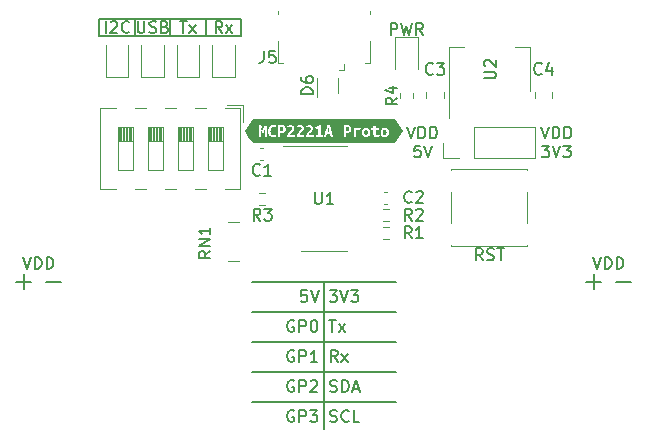
<source format=gto>
%TF.GenerationSoftware,KiCad,Pcbnew,(6.0.2)*%
%TF.CreationDate,2022-05-18T10:00:36+01:00*%
%TF.ProjectId,mcp_breadboard,6d63705f-6272-4656-9164-626f6172642e,rev?*%
%TF.SameCoordinates,Original*%
%TF.FileFunction,Legend,Top*%
%TF.FilePolarity,Positive*%
%FSLAX46Y46*%
G04 Gerber Fmt 4.6, Leading zero omitted, Abs format (unit mm)*
G04 Created by KiCad (PCBNEW (6.0.2)) date 2022-05-18 10:00:36*
%MOMM*%
%LPD*%
G01*
G04 APERTURE LIST*
%ADD10C,0.150000*%
%ADD11C,0.120000*%
G04 APERTURE END LIST*
D10*
X50000000Y-51270000D02*
X43904000Y-51270000D01*
X40000000Y-29000000D02*
X40000000Y-30500000D01*
X43904000Y-58890000D02*
X50000000Y-58890000D01*
X50000000Y-63716000D02*
X50000000Y-51270000D01*
X74765000Y-51270000D02*
X76035000Y-51270000D01*
X72860000Y-51905000D02*
X72860000Y-50635000D01*
X31000000Y-30500000D02*
X43000000Y-30500000D01*
X56096000Y-53810000D02*
X50000000Y-53810000D01*
X34000000Y-29000000D02*
X34000000Y-30500000D01*
X56096000Y-61430000D02*
X50000000Y-61430000D01*
X26505000Y-51270000D02*
X27775000Y-51270000D01*
X23965000Y-51270000D02*
X25235000Y-51270000D01*
X50000000Y-53810000D02*
X43904000Y-53810000D01*
X50000000Y-56350000D02*
X43904000Y-56350000D01*
X43000000Y-29000000D02*
X43000000Y-30500000D01*
X24600000Y-50635000D02*
X24600000Y-51905000D01*
X43904000Y-61430000D02*
X50000000Y-61430000D01*
X50000000Y-51270000D02*
X56096000Y-51270000D01*
X73495000Y-51270000D02*
X72225000Y-51270000D01*
X56096000Y-58890000D02*
X50000000Y-58890000D01*
X43000000Y-29000000D02*
X31000000Y-29000000D01*
X56096000Y-56350000D02*
X50000000Y-56350000D01*
X31000000Y-29000000D02*
X31000000Y-30500000D01*
X37000000Y-29000000D02*
X37000000Y-30500000D01*
X47458023Y-57120000D02*
X47362785Y-57072380D01*
X47219928Y-57072380D01*
X47077071Y-57120000D01*
X46981833Y-57215238D01*
X46934214Y-57310476D01*
X46886595Y-57500952D01*
X46886595Y-57643809D01*
X46934214Y-57834285D01*
X46981833Y-57929523D01*
X47077071Y-58024761D01*
X47219928Y-58072380D01*
X47315166Y-58072380D01*
X47458023Y-58024761D01*
X47505642Y-57977142D01*
X47505642Y-57643809D01*
X47315166Y-57643809D01*
X47934214Y-58072380D02*
X47934214Y-57072380D01*
X48315166Y-57072380D01*
X48410404Y-57120000D01*
X48458023Y-57167619D01*
X48505642Y-57262857D01*
X48505642Y-57405714D01*
X48458023Y-57500952D01*
X48410404Y-57548571D01*
X48315166Y-57596190D01*
X47934214Y-57596190D01*
X49458023Y-58072380D02*
X48886595Y-58072380D01*
X49172309Y-58072380D02*
X49172309Y-57072380D01*
X49077071Y-57215238D01*
X48981833Y-57310476D01*
X48886595Y-57358095D01*
X50541976Y-60564761D02*
X50684833Y-60612380D01*
X50922928Y-60612380D01*
X51018166Y-60564761D01*
X51065785Y-60517142D01*
X51113404Y-60421904D01*
X51113404Y-60326666D01*
X51065785Y-60231428D01*
X51018166Y-60183809D01*
X50922928Y-60136190D01*
X50732452Y-60088571D01*
X50637214Y-60040952D01*
X50589595Y-59993333D01*
X50541976Y-59898095D01*
X50541976Y-59802857D01*
X50589595Y-59707619D01*
X50637214Y-59660000D01*
X50732452Y-59612380D01*
X50970547Y-59612380D01*
X51113404Y-59660000D01*
X51541976Y-60612380D02*
X51541976Y-59612380D01*
X51780071Y-59612380D01*
X51922928Y-59660000D01*
X52018166Y-59755238D01*
X52065785Y-59850476D01*
X52113404Y-60040952D01*
X52113404Y-60183809D01*
X52065785Y-60374285D01*
X52018166Y-60469523D01*
X51922928Y-60564761D01*
X51780071Y-60612380D01*
X51541976Y-60612380D01*
X52494357Y-60326666D02*
X52970547Y-60326666D01*
X52399119Y-60612380D02*
X52732452Y-59612380D01*
X53065785Y-60612380D01*
X50446738Y-54532380D02*
X51018166Y-54532380D01*
X50732452Y-55532380D02*
X50732452Y-54532380D01*
X51256261Y-55532380D02*
X51780071Y-54865714D01*
X51256261Y-54865714D02*
X51780071Y-55532380D01*
X48553261Y-51992380D02*
X48077071Y-51992380D01*
X48029452Y-52468571D01*
X48077071Y-52420952D01*
X48172309Y-52373333D01*
X48410404Y-52373333D01*
X48505642Y-52420952D01*
X48553261Y-52468571D01*
X48600880Y-52563809D01*
X48600880Y-52801904D01*
X48553261Y-52897142D01*
X48505642Y-52944761D01*
X48410404Y-52992380D01*
X48172309Y-52992380D01*
X48077071Y-52944761D01*
X48029452Y-52897142D01*
X48886595Y-51992380D02*
X49219928Y-52992380D01*
X49553261Y-51992380D01*
X50494357Y-51992380D02*
X51113404Y-51992380D01*
X50780071Y-52373333D01*
X50922928Y-52373333D01*
X51018166Y-52420952D01*
X51065785Y-52468571D01*
X51113404Y-52563809D01*
X51113404Y-52801904D01*
X51065785Y-52897142D01*
X51018166Y-52944761D01*
X50922928Y-52992380D01*
X50637214Y-52992380D01*
X50541976Y-52944761D01*
X50494357Y-52897142D01*
X51399119Y-51992380D02*
X51732452Y-52992380D01*
X52065785Y-51992380D01*
X52303880Y-51992380D02*
X52922928Y-51992380D01*
X52589595Y-52373333D01*
X52732452Y-52373333D01*
X52827690Y-52420952D01*
X52875309Y-52468571D01*
X52922928Y-52563809D01*
X52922928Y-52801904D01*
X52875309Y-52897142D01*
X52827690Y-52944761D01*
X52732452Y-52992380D01*
X52446738Y-52992380D01*
X52351500Y-52944761D01*
X52303880Y-52897142D01*
X68366666Y-38147380D02*
X68700000Y-39147380D01*
X69033333Y-38147380D01*
X69366666Y-39147380D02*
X69366666Y-38147380D01*
X69604761Y-38147380D01*
X69747619Y-38195000D01*
X69842857Y-38290238D01*
X69890476Y-38385476D01*
X69938095Y-38575952D01*
X69938095Y-38718809D01*
X69890476Y-38909285D01*
X69842857Y-39004523D01*
X69747619Y-39099761D01*
X69604761Y-39147380D01*
X69366666Y-39147380D01*
X70366666Y-39147380D02*
X70366666Y-38147380D01*
X70604761Y-38147380D01*
X70747619Y-38195000D01*
X70842857Y-38290238D01*
X70890476Y-38385476D01*
X70938095Y-38575952D01*
X70938095Y-38718809D01*
X70890476Y-38909285D01*
X70842857Y-39004523D01*
X70747619Y-39099761D01*
X70604761Y-39147380D01*
X70366666Y-39147380D01*
X68461904Y-39757380D02*
X69080952Y-39757380D01*
X68747619Y-40138333D01*
X68890476Y-40138333D01*
X68985714Y-40185952D01*
X69033333Y-40233571D01*
X69080952Y-40328809D01*
X69080952Y-40566904D01*
X69033333Y-40662142D01*
X68985714Y-40709761D01*
X68890476Y-40757380D01*
X68604761Y-40757380D01*
X68509523Y-40709761D01*
X68461904Y-40662142D01*
X69366666Y-39757380D02*
X69700000Y-40757380D01*
X70033333Y-39757380D01*
X70271428Y-39757380D02*
X70890476Y-39757380D01*
X70557142Y-40138333D01*
X70700000Y-40138333D01*
X70795238Y-40185952D01*
X70842857Y-40233571D01*
X70890476Y-40328809D01*
X70890476Y-40566904D01*
X70842857Y-40662142D01*
X70795238Y-40709761D01*
X70700000Y-40757380D01*
X70414285Y-40757380D01*
X70319047Y-40709761D01*
X70271428Y-40662142D01*
X47458023Y-59660000D02*
X47362785Y-59612380D01*
X47219928Y-59612380D01*
X47077071Y-59660000D01*
X46981833Y-59755238D01*
X46934214Y-59850476D01*
X46886595Y-60040952D01*
X46886595Y-60183809D01*
X46934214Y-60374285D01*
X46981833Y-60469523D01*
X47077071Y-60564761D01*
X47219928Y-60612380D01*
X47315166Y-60612380D01*
X47458023Y-60564761D01*
X47505642Y-60517142D01*
X47505642Y-60183809D01*
X47315166Y-60183809D01*
X47934214Y-60612380D02*
X47934214Y-59612380D01*
X48315166Y-59612380D01*
X48410404Y-59660000D01*
X48458023Y-59707619D01*
X48505642Y-59802857D01*
X48505642Y-59945714D01*
X48458023Y-60040952D01*
X48410404Y-60088571D01*
X48315166Y-60136190D01*
X47934214Y-60136190D01*
X48886595Y-59707619D02*
X48934214Y-59660000D01*
X49029452Y-59612380D01*
X49267547Y-59612380D01*
X49362785Y-59660000D01*
X49410404Y-59707619D01*
X49458023Y-59802857D01*
X49458023Y-59898095D01*
X49410404Y-60040952D01*
X48838976Y-60612380D01*
X49458023Y-60612380D01*
X47458023Y-54580000D02*
X47362785Y-54532380D01*
X47219928Y-54532380D01*
X47077071Y-54580000D01*
X46981833Y-54675238D01*
X46934214Y-54770476D01*
X46886595Y-54960952D01*
X46886595Y-55103809D01*
X46934214Y-55294285D01*
X46981833Y-55389523D01*
X47077071Y-55484761D01*
X47219928Y-55532380D01*
X47315166Y-55532380D01*
X47458023Y-55484761D01*
X47505642Y-55437142D01*
X47505642Y-55103809D01*
X47315166Y-55103809D01*
X47934214Y-55532380D02*
X47934214Y-54532380D01*
X48315166Y-54532380D01*
X48410404Y-54580000D01*
X48458023Y-54627619D01*
X48505642Y-54722857D01*
X48505642Y-54865714D01*
X48458023Y-54960952D01*
X48410404Y-55008571D01*
X48315166Y-55056190D01*
X47934214Y-55056190D01*
X49124690Y-54532380D02*
X49219928Y-54532380D01*
X49315166Y-54580000D01*
X49362785Y-54627619D01*
X49410404Y-54722857D01*
X49458023Y-54913333D01*
X49458023Y-55151428D01*
X49410404Y-55341904D01*
X49362785Y-55437142D01*
X49315166Y-55484761D01*
X49219928Y-55532380D01*
X49124690Y-55532380D01*
X49029452Y-55484761D01*
X48981833Y-55437142D01*
X48934214Y-55341904D01*
X48886595Y-55151428D01*
X48886595Y-54913333D01*
X48934214Y-54722857D01*
X48981833Y-54627619D01*
X49029452Y-54580000D01*
X49124690Y-54532380D01*
X50541976Y-63104761D02*
X50684833Y-63152380D01*
X50922928Y-63152380D01*
X51018166Y-63104761D01*
X51065785Y-63057142D01*
X51113404Y-62961904D01*
X51113404Y-62866666D01*
X51065785Y-62771428D01*
X51018166Y-62723809D01*
X50922928Y-62676190D01*
X50732452Y-62628571D01*
X50637214Y-62580952D01*
X50589595Y-62533333D01*
X50541976Y-62438095D01*
X50541976Y-62342857D01*
X50589595Y-62247619D01*
X50637214Y-62200000D01*
X50732452Y-62152380D01*
X50970547Y-62152380D01*
X51113404Y-62200000D01*
X52113404Y-63057142D02*
X52065785Y-63104761D01*
X51922928Y-63152380D01*
X51827690Y-63152380D01*
X51684833Y-63104761D01*
X51589595Y-63009523D01*
X51541976Y-62914285D01*
X51494357Y-62723809D01*
X51494357Y-62580952D01*
X51541976Y-62390476D01*
X51589595Y-62295238D01*
X51684833Y-62200000D01*
X51827690Y-62152380D01*
X51922928Y-62152380D01*
X52065785Y-62200000D01*
X52113404Y-62247619D01*
X53018166Y-63152380D02*
X52541976Y-63152380D01*
X52541976Y-62152380D01*
X51161023Y-58072380D02*
X50827690Y-57596190D01*
X50589595Y-58072380D02*
X50589595Y-57072380D01*
X50970547Y-57072380D01*
X51065785Y-57120000D01*
X51113404Y-57167619D01*
X51161023Y-57262857D01*
X51161023Y-57405714D01*
X51113404Y-57500952D01*
X51065785Y-57548571D01*
X50970547Y-57596190D01*
X50589595Y-57596190D01*
X51494357Y-58072380D02*
X52018166Y-57405714D01*
X51494357Y-57405714D02*
X52018166Y-58072380D01*
X47458023Y-62200000D02*
X47362785Y-62152380D01*
X47219928Y-62152380D01*
X47077071Y-62200000D01*
X46981833Y-62295238D01*
X46934214Y-62390476D01*
X46886595Y-62580952D01*
X46886595Y-62723809D01*
X46934214Y-62914285D01*
X46981833Y-63009523D01*
X47077071Y-63104761D01*
X47219928Y-63152380D01*
X47315166Y-63152380D01*
X47458023Y-63104761D01*
X47505642Y-63057142D01*
X47505642Y-62723809D01*
X47315166Y-62723809D01*
X47934214Y-63152380D02*
X47934214Y-62152380D01*
X48315166Y-62152380D01*
X48410404Y-62200000D01*
X48458023Y-62247619D01*
X48505642Y-62342857D01*
X48505642Y-62485714D01*
X48458023Y-62580952D01*
X48410404Y-62628571D01*
X48315166Y-62676190D01*
X47934214Y-62676190D01*
X48838976Y-62152380D02*
X49458023Y-62152380D01*
X49124690Y-62533333D01*
X49267547Y-62533333D01*
X49362785Y-62580952D01*
X49410404Y-62628571D01*
X49458023Y-62723809D01*
X49458023Y-62961904D01*
X49410404Y-63057142D01*
X49362785Y-63104761D01*
X49267547Y-63152380D01*
X48981833Y-63152380D01*
X48886595Y-63104761D01*
X48838976Y-63057142D01*
X57016666Y-38147380D02*
X57350000Y-39147380D01*
X57683333Y-38147380D01*
X58016666Y-39147380D02*
X58016666Y-38147380D01*
X58254761Y-38147380D01*
X58397619Y-38195000D01*
X58492857Y-38290238D01*
X58540476Y-38385476D01*
X58588095Y-38575952D01*
X58588095Y-38718809D01*
X58540476Y-38909285D01*
X58492857Y-39004523D01*
X58397619Y-39099761D01*
X58254761Y-39147380D01*
X58016666Y-39147380D01*
X59016666Y-39147380D02*
X59016666Y-38147380D01*
X59254761Y-38147380D01*
X59397619Y-38195000D01*
X59492857Y-38290238D01*
X59540476Y-38385476D01*
X59588095Y-38575952D01*
X59588095Y-38718809D01*
X59540476Y-38909285D01*
X59492857Y-39004523D01*
X59397619Y-39099761D01*
X59254761Y-39147380D01*
X59016666Y-39147380D01*
X58159523Y-39757380D02*
X57683333Y-39757380D01*
X57635714Y-40233571D01*
X57683333Y-40185952D01*
X57778571Y-40138333D01*
X58016666Y-40138333D01*
X58111904Y-40185952D01*
X58159523Y-40233571D01*
X58207142Y-40328809D01*
X58207142Y-40566904D01*
X58159523Y-40662142D01*
X58111904Y-40709761D01*
X58016666Y-40757380D01*
X57778571Y-40757380D01*
X57683333Y-40709761D01*
X57635714Y-40662142D01*
X58492857Y-39757380D02*
X58826190Y-40757380D01*
X59159523Y-39757380D01*
%TO.C,C4*%
X68433333Y-33657142D02*
X68385714Y-33704761D01*
X68242857Y-33752380D01*
X68147619Y-33752380D01*
X68004761Y-33704761D01*
X67909523Y-33609523D01*
X67861904Y-33514285D01*
X67814285Y-33323809D01*
X67814285Y-33180952D01*
X67861904Y-32990476D01*
X67909523Y-32895238D01*
X68004761Y-32800000D01*
X68147619Y-32752380D01*
X68242857Y-32752380D01*
X68385714Y-32800000D01*
X68433333Y-32847619D01*
X69290476Y-33085714D02*
X69290476Y-33752380D01*
X69052380Y-32704761D02*
X68814285Y-33419047D01*
X69433333Y-33419047D01*
%TO.C,R2*%
X57433333Y-46102380D02*
X57100000Y-45626190D01*
X56861904Y-46102380D02*
X56861904Y-45102380D01*
X57242857Y-45102380D01*
X57338095Y-45150000D01*
X57385714Y-45197619D01*
X57433333Y-45292857D01*
X57433333Y-45435714D01*
X57385714Y-45530952D01*
X57338095Y-45578571D01*
X57242857Y-45626190D01*
X56861904Y-45626190D01*
X57814285Y-45197619D02*
X57861904Y-45150000D01*
X57957142Y-45102380D01*
X58195238Y-45102380D01*
X58290476Y-45150000D01*
X58338095Y-45197619D01*
X58385714Y-45292857D01*
X58385714Y-45388095D01*
X58338095Y-45530952D01*
X57766666Y-46102380D01*
X58385714Y-46102380D01*
%TO.C,D3*%
X34238095Y-29202380D02*
X34238095Y-30011904D01*
X34285714Y-30107142D01*
X34333333Y-30154761D01*
X34428571Y-30202380D01*
X34619047Y-30202380D01*
X34714285Y-30154761D01*
X34761904Y-30107142D01*
X34809523Y-30011904D01*
X34809523Y-29202380D01*
X35238095Y-30154761D02*
X35380952Y-30202380D01*
X35619047Y-30202380D01*
X35714285Y-30154761D01*
X35761904Y-30107142D01*
X35809523Y-30011904D01*
X35809523Y-29916666D01*
X35761904Y-29821428D01*
X35714285Y-29773809D01*
X35619047Y-29726190D01*
X35428571Y-29678571D01*
X35333333Y-29630952D01*
X35285714Y-29583333D01*
X35238095Y-29488095D01*
X35238095Y-29392857D01*
X35285714Y-29297619D01*
X35333333Y-29250000D01*
X35428571Y-29202380D01*
X35666666Y-29202380D01*
X35809523Y-29250000D01*
X36571428Y-29678571D02*
X36714285Y-29726190D01*
X36761904Y-29773809D01*
X36809523Y-29869047D01*
X36809523Y-30011904D01*
X36761904Y-30107142D01*
X36714285Y-30154761D01*
X36619047Y-30202380D01*
X36238095Y-30202380D01*
X36238095Y-29202380D01*
X36571428Y-29202380D01*
X36666666Y-29250000D01*
X36714285Y-29297619D01*
X36761904Y-29392857D01*
X36761904Y-29488095D01*
X36714285Y-29583333D01*
X36666666Y-29630952D01*
X36571428Y-29678571D01*
X36238095Y-29678571D01*
%TO.C,U2*%
X63562380Y-34051904D02*
X64371904Y-34051904D01*
X64467142Y-34004285D01*
X64514761Y-33956666D01*
X64562380Y-33861428D01*
X64562380Y-33670952D01*
X64514761Y-33575714D01*
X64467142Y-33528095D01*
X64371904Y-33480476D01*
X63562380Y-33480476D01*
X63657619Y-33051904D02*
X63610000Y-33004285D01*
X63562380Y-32909047D01*
X63562380Y-32670952D01*
X63610000Y-32575714D01*
X63657619Y-32528095D01*
X63752857Y-32480476D01*
X63848095Y-32480476D01*
X63990952Y-32528095D01*
X64562380Y-33099523D01*
X64562380Y-32480476D01*
%TO.C,R3*%
X44633333Y-46102380D02*
X44300000Y-45626190D01*
X44061904Y-46102380D02*
X44061904Y-45102380D01*
X44442857Y-45102380D01*
X44538095Y-45150000D01*
X44585714Y-45197619D01*
X44633333Y-45292857D01*
X44633333Y-45435714D01*
X44585714Y-45530952D01*
X44538095Y-45578571D01*
X44442857Y-45626190D01*
X44061904Y-45626190D01*
X44966666Y-45102380D02*
X45585714Y-45102380D01*
X45252380Y-45483333D01*
X45395238Y-45483333D01*
X45490476Y-45530952D01*
X45538095Y-45578571D01*
X45585714Y-45673809D01*
X45585714Y-45911904D01*
X45538095Y-46007142D01*
X45490476Y-46054761D01*
X45395238Y-46102380D01*
X45109523Y-46102380D01*
X45014285Y-46054761D01*
X44966666Y-46007142D01*
%TO.C,D4*%
X31523809Y-30202380D02*
X31523809Y-29202380D01*
X31952380Y-29297619D02*
X32000000Y-29250000D01*
X32095238Y-29202380D01*
X32333333Y-29202380D01*
X32428571Y-29250000D01*
X32476190Y-29297619D01*
X32523809Y-29392857D01*
X32523809Y-29488095D01*
X32476190Y-29630952D01*
X31904761Y-30202380D01*
X32523809Y-30202380D01*
X33523809Y-30107142D02*
X33476190Y-30154761D01*
X33333333Y-30202380D01*
X33238095Y-30202380D01*
X33095238Y-30154761D01*
X33000000Y-30059523D01*
X32952380Y-29964285D01*
X32904761Y-29773809D01*
X32904761Y-29630952D01*
X32952380Y-29440476D01*
X33000000Y-29345238D01*
X33095238Y-29250000D01*
X33238095Y-29202380D01*
X33333333Y-29202380D01*
X33476190Y-29250000D01*
X33523809Y-29297619D01*
%TO.C,C3*%
X59233333Y-33657142D02*
X59185714Y-33704761D01*
X59042857Y-33752380D01*
X58947619Y-33752380D01*
X58804761Y-33704761D01*
X58709523Y-33609523D01*
X58661904Y-33514285D01*
X58614285Y-33323809D01*
X58614285Y-33180952D01*
X58661904Y-32990476D01*
X58709523Y-32895238D01*
X58804761Y-32800000D01*
X58947619Y-32752380D01*
X59042857Y-32752380D01*
X59185714Y-32800000D01*
X59233333Y-32847619D01*
X59566666Y-32752380D02*
X60185714Y-32752380D01*
X59852380Y-33133333D01*
X59995238Y-33133333D01*
X60090476Y-33180952D01*
X60138095Y-33228571D01*
X60185714Y-33323809D01*
X60185714Y-33561904D01*
X60138095Y-33657142D01*
X60090476Y-33704761D01*
X59995238Y-33752380D01*
X59709523Y-33752380D01*
X59614285Y-33704761D01*
X59566666Y-33657142D01*
%TO.C,D6*%
X49083380Y-35400446D02*
X48083380Y-35400446D01*
X48083380Y-35162351D01*
X48131000Y-35019493D01*
X48226238Y-34924255D01*
X48321476Y-34876636D01*
X48511952Y-34829017D01*
X48654809Y-34829017D01*
X48845285Y-34876636D01*
X48940523Y-34924255D01*
X49035761Y-35019493D01*
X49083380Y-35162351D01*
X49083380Y-35400446D01*
X48083380Y-33971874D02*
X48083380Y-34162351D01*
X48131000Y-34257589D01*
X48178619Y-34305208D01*
X48321476Y-34400446D01*
X48511952Y-34448065D01*
X48892904Y-34448065D01*
X48988142Y-34400446D01*
X49035761Y-34352827D01*
X49083380Y-34257589D01*
X49083380Y-34067112D01*
X49035761Y-33971874D01*
X48988142Y-33924255D01*
X48892904Y-33876636D01*
X48654809Y-33876636D01*
X48559571Y-33924255D01*
X48511952Y-33971874D01*
X48464333Y-34067112D01*
X48464333Y-34257589D01*
X48511952Y-34352827D01*
X48559571Y-34400446D01*
X48654809Y-34448065D01*
%TO.C,J5*%
X44916666Y-31742380D02*
X44916666Y-32456666D01*
X44869047Y-32599523D01*
X44773809Y-32694761D01*
X44630952Y-32742380D01*
X44535714Y-32742380D01*
X45869047Y-31742380D02*
X45392857Y-31742380D01*
X45345238Y-32218571D01*
X45392857Y-32170952D01*
X45488095Y-32123333D01*
X45726190Y-32123333D01*
X45821428Y-32170952D01*
X45869047Y-32218571D01*
X45916666Y-32313809D01*
X45916666Y-32551904D01*
X45869047Y-32647142D01*
X45821428Y-32694761D01*
X45726190Y-32742380D01*
X45488095Y-32742380D01*
X45392857Y-32694761D01*
X45345238Y-32647142D01*
%TO.C,D1*%
X41404761Y-30202380D02*
X41071428Y-29726190D01*
X40833333Y-30202380D02*
X40833333Y-29202380D01*
X41214285Y-29202380D01*
X41309523Y-29250000D01*
X41357142Y-29297619D01*
X41404761Y-29392857D01*
X41404761Y-29535714D01*
X41357142Y-29630952D01*
X41309523Y-29678571D01*
X41214285Y-29726190D01*
X40833333Y-29726190D01*
X41738095Y-30202380D02*
X42261904Y-29535714D01*
X41738095Y-29535714D02*
X42261904Y-30202380D01*
%TO.C,SW1*%
X63452380Y-49452380D02*
X63119047Y-48976190D01*
X62880952Y-49452380D02*
X62880952Y-48452380D01*
X63261904Y-48452380D01*
X63357142Y-48500000D01*
X63404761Y-48547619D01*
X63452380Y-48642857D01*
X63452380Y-48785714D01*
X63404761Y-48880952D01*
X63357142Y-48928571D01*
X63261904Y-48976190D01*
X62880952Y-48976190D01*
X63833333Y-49404761D02*
X63976190Y-49452380D01*
X64214285Y-49452380D01*
X64309523Y-49404761D01*
X64357142Y-49357142D01*
X64404761Y-49261904D01*
X64404761Y-49166666D01*
X64357142Y-49071428D01*
X64309523Y-49023809D01*
X64214285Y-48976190D01*
X64023809Y-48928571D01*
X63928571Y-48880952D01*
X63880952Y-48833333D01*
X63833333Y-48738095D01*
X63833333Y-48642857D01*
X63880952Y-48547619D01*
X63928571Y-48500000D01*
X64023809Y-48452380D01*
X64261904Y-48452380D01*
X64404761Y-48500000D01*
X64690476Y-48452380D02*
X65261904Y-48452380D01*
X64976190Y-49452380D02*
X64976190Y-48452380D01*
%TO.C,U1*%
X49238095Y-43702380D02*
X49238095Y-44511904D01*
X49285714Y-44607142D01*
X49333333Y-44654761D01*
X49428571Y-44702380D01*
X49619047Y-44702380D01*
X49714285Y-44654761D01*
X49761904Y-44607142D01*
X49809523Y-44511904D01*
X49809523Y-43702380D01*
X50809523Y-44702380D02*
X50238095Y-44702380D01*
X50523809Y-44702380D02*
X50523809Y-43702380D01*
X50428571Y-43845238D01*
X50333333Y-43940476D01*
X50238095Y-43988095D01*
%TO.C,C1*%
X44583333Y-42207142D02*
X44535714Y-42254761D01*
X44392857Y-42302380D01*
X44297619Y-42302380D01*
X44154761Y-42254761D01*
X44059523Y-42159523D01*
X44011904Y-42064285D01*
X43964285Y-41873809D01*
X43964285Y-41730952D01*
X44011904Y-41540476D01*
X44059523Y-41445238D01*
X44154761Y-41350000D01*
X44297619Y-41302380D01*
X44392857Y-41302380D01*
X44535714Y-41350000D01*
X44583333Y-41397619D01*
X45535714Y-42302380D02*
X44964285Y-42302380D01*
X45250000Y-42302380D02*
X45250000Y-41302380D01*
X45154761Y-41445238D01*
X45059523Y-41540476D01*
X44964285Y-41588095D01*
%TO.C,D5*%
X55666666Y-30379380D02*
X55666666Y-29379380D01*
X56047619Y-29379380D01*
X56142857Y-29427000D01*
X56190476Y-29474619D01*
X56238095Y-29569857D01*
X56238095Y-29712714D01*
X56190476Y-29807952D01*
X56142857Y-29855571D01*
X56047619Y-29903190D01*
X55666666Y-29903190D01*
X56571428Y-29379380D02*
X56809523Y-30379380D01*
X57000000Y-29665095D01*
X57190476Y-30379380D01*
X57428571Y-29379380D01*
X58380952Y-30379380D02*
X58047619Y-29903190D01*
X57809523Y-30379380D02*
X57809523Y-29379380D01*
X58190476Y-29379380D01*
X58285714Y-29427000D01*
X58333333Y-29474619D01*
X58380952Y-29569857D01*
X58380952Y-29712714D01*
X58333333Y-29807952D01*
X58285714Y-29855571D01*
X58190476Y-29903190D01*
X57809523Y-29903190D01*
%TO.C,D2*%
X37809523Y-29202380D02*
X38380952Y-29202380D01*
X38095238Y-30202380D02*
X38095238Y-29202380D01*
X38619047Y-30202380D02*
X39142857Y-29535714D01*
X38619047Y-29535714D02*
X39142857Y-30202380D01*
%TO.C,C2*%
X57433333Y-44507142D02*
X57385714Y-44554761D01*
X57242857Y-44602380D01*
X57147619Y-44602380D01*
X57004761Y-44554761D01*
X56909523Y-44459523D01*
X56861904Y-44364285D01*
X56814285Y-44173809D01*
X56814285Y-44030952D01*
X56861904Y-43840476D01*
X56909523Y-43745238D01*
X57004761Y-43650000D01*
X57147619Y-43602380D01*
X57242857Y-43602380D01*
X57385714Y-43650000D01*
X57433333Y-43697619D01*
X57814285Y-43697619D02*
X57861904Y-43650000D01*
X57957142Y-43602380D01*
X58195238Y-43602380D01*
X58290476Y-43650000D01*
X58338095Y-43697619D01*
X58385714Y-43792857D01*
X58385714Y-43888095D01*
X58338095Y-44030952D01*
X57766666Y-44602380D01*
X58385714Y-44602380D01*
%TO.C,R4*%
X56224380Y-35698666D02*
X55748190Y-36032000D01*
X56224380Y-36270095D02*
X55224380Y-36270095D01*
X55224380Y-35889142D01*
X55272000Y-35793904D01*
X55319619Y-35746285D01*
X55414857Y-35698666D01*
X55557714Y-35698666D01*
X55652952Y-35746285D01*
X55700571Y-35793904D01*
X55748190Y-35889142D01*
X55748190Y-36270095D01*
X55557714Y-34841523D02*
X56224380Y-34841523D01*
X55176761Y-35079619D02*
X55891047Y-35317714D01*
X55891047Y-34698666D01*
%TO.C,R1*%
X57433333Y-47602380D02*
X57100000Y-47126190D01*
X56861904Y-47602380D02*
X56861904Y-46602380D01*
X57242857Y-46602380D01*
X57338095Y-46650000D01*
X57385714Y-46697619D01*
X57433333Y-46792857D01*
X57433333Y-46935714D01*
X57385714Y-47030952D01*
X57338095Y-47078571D01*
X57242857Y-47126190D01*
X56861904Y-47126190D01*
X58385714Y-47602380D02*
X57814285Y-47602380D01*
X58100000Y-47602380D02*
X58100000Y-46602380D01*
X58004761Y-46745238D01*
X57909523Y-46840476D01*
X57814285Y-46888095D01*
%TO.C,RN1*%
X40402380Y-48690476D02*
X39926190Y-49023809D01*
X40402380Y-49261904D02*
X39402380Y-49261904D01*
X39402380Y-48880952D01*
X39450000Y-48785714D01*
X39497619Y-48738095D01*
X39592857Y-48690476D01*
X39735714Y-48690476D01*
X39830952Y-48738095D01*
X39878571Y-48785714D01*
X39926190Y-48880952D01*
X39926190Y-49261904D01*
X40402380Y-48261904D02*
X39402380Y-48261904D01*
X40402380Y-47690476D01*
X39402380Y-47690476D01*
X40402380Y-46690476D02*
X40402380Y-47261904D01*
X40402380Y-46976190D02*
X39402380Y-46976190D01*
X39545238Y-47071428D01*
X39640476Y-47166666D01*
X39688095Y-47261904D01*
%TO.C,J2*%
X72796666Y-49198380D02*
X73130000Y-50198380D01*
X73463333Y-49198380D01*
X73796666Y-50198380D02*
X73796666Y-49198380D01*
X74034761Y-49198380D01*
X74177619Y-49246000D01*
X74272857Y-49341238D01*
X74320476Y-49436476D01*
X74368095Y-49626952D01*
X74368095Y-49769809D01*
X74320476Y-49960285D01*
X74272857Y-50055523D01*
X74177619Y-50150761D01*
X74034761Y-50198380D01*
X73796666Y-50198380D01*
X74796666Y-50198380D02*
X74796666Y-49198380D01*
X75034761Y-49198380D01*
X75177619Y-49246000D01*
X75272857Y-49341238D01*
X75320476Y-49436476D01*
X75368095Y-49626952D01*
X75368095Y-49769809D01*
X75320476Y-49960285D01*
X75272857Y-50055523D01*
X75177619Y-50150761D01*
X75034761Y-50198380D01*
X74796666Y-50198380D01*
%TO.C,J1*%
X24536666Y-49198380D02*
X24870000Y-50198380D01*
X25203333Y-49198380D01*
X25536666Y-50198380D02*
X25536666Y-49198380D01*
X25774761Y-49198380D01*
X25917619Y-49246000D01*
X26012857Y-49341238D01*
X26060476Y-49436476D01*
X26108095Y-49626952D01*
X26108095Y-49769809D01*
X26060476Y-49960285D01*
X26012857Y-50055523D01*
X25917619Y-50150761D01*
X25774761Y-50198380D01*
X25536666Y-50198380D01*
X26536666Y-50198380D02*
X26536666Y-49198380D01*
X26774761Y-49198380D01*
X26917619Y-49246000D01*
X27012857Y-49341238D01*
X27060476Y-49436476D01*
X27108095Y-49626952D01*
X27108095Y-49769809D01*
X27060476Y-49960285D01*
X27012857Y-50055523D01*
X26917619Y-50150761D01*
X26774761Y-50198380D01*
X26536666Y-50198380D01*
D11*
%TO.C,SW3*%
X62730000Y-38170000D02*
X67870000Y-38170000D01*
X62730000Y-40830000D02*
X62730000Y-38170000D01*
X62730000Y-40830000D02*
X67870000Y-40830000D01*
X61460000Y-40830000D02*
X60130000Y-40830000D01*
X60130000Y-40830000D02*
X60130000Y-39500000D01*
X67870000Y-40830000D02*
X67870000Y-38170000D01*
%TO.C,C4*%
X69335000Y-35761252D02*
X69335000Y-35238748D01*
X67865000Y-35761252D02*
X67865000Y-35238748D01*
%TO.C,R2*%
X55012742Y-45127500D02*
X55487258Y-45127500D01*
X55012742Y-46172500D02*
X55487258Y-46172500D01*
%TO.C,D3*%
X34540000Y-33935000D02*
X36460000Y-33935000D01*
X36460000Y-33935000D02*
X36460000Y-31250000D01*
X34540000Y-31250000D02*
X34540000Y-33935000D01*
%TO.C,U2*%
X67420000Y-35140000D02*
X67420000Y-31380000D01*
X67420000Y-31380000D02*
X66160000Y-31380000D01*
X60600000Y-31380000D02*
X61860000Y-31380000D01*
X60600000Y-37390000D02*
X60600000Y-31380000D01*
%TO.C,R3*%
X44987258Y-44772500D02*
X44512742Y-44772500D01*
X44987258Y-43727500D02*
X44512742Y-43727500D01*
%TO.C,D4*%
X31540000Y-33935000D02*
X33460000Y-33935000D01*
X31540000Y-31250000D02*
X31540000Y-33935000D01*
X33460000Y-33935000D02*
X33460000Y-31250000D01*
%TO.C,C3*%
X58665000Y-35761252D02*
X58665000Y-35238748D01*
X60135000Y-35761252D02*
X60135000Y-35238748D01*
%TO.C,D6*%
X51231000Y-34012351D02*
X51231000Y-35312351D01*
X49431000Y-35662351D02*
X49431000Y-34012351D01*
%TO.C,J5*%
X51700000Y-33312500D02*
X51700000Y-32862500D01*
X53900000Y-28362500D02*
X53900000Y-28612500D01*
X46100000Y-30912500D02*
X46100000Y-32762500D01*
X53900000Y-30912500D02*
X53900000Y-32762500D01*
X46100000Y-28362500D02*
X46100000Y-28612500D01*
X53900000Y-32762500D02*
X53450000Y-32762500D01*
X51700000Y-33312500D02*
X51250000Y-33312500D01*
X46100000Y-32762500D02*
X46550000Y-32762500D01*
%TO.C,D1*%
X42460000Y-33935000D02*
X42460000Y-31250000D01*
X40540000Y-31250000D02*
X40540000Y-33935000D01*
X40540000Y-33935000D02*
X42460000Y-33935000D01*
%TO.C,SW1*%
X60770000Y-41800000D02*
X60770000Y-41770000D01*
X67230000Y-43700000D02*
X67230000Y-46300000D01*
X60770000Y-41770000D02*
X67230000Y-41770000D01*
X60770000Y-48230000D02*
X60770000Y-48200000D01*
X60770000Y-48230000D02*
X67230000Y-48230000D01*
X67230000Y-41770000D02*
X67230000Y-41800000D01*
X67230000Y-48230000D02*
X67230000Y-48200000D01*
X60770000Y-43700000D02*
X60770000Y-46300000D01*
%TO.C,kibuzzard-627C3F81*%
G36*
X46483092Y-38177142D02*
G01*
X46537662Y-38203931D01*
X46572786Y-38252152D01*
X46584494Y-38325375D01*
X46572587Y-38402567D01*
X46536869Y-38453169D01*
X46477734Y-38481148D01*
X46395581Y-38490475D01*
X46316206Y-38490475D01*
X46316206Y-38172975D01*
X46364625Y-38169006D01*
X46413044Y-38168212D01*
X46483092Y-38177142D01*
G37*
G36*
X50428625Y-38305531D02*
G01*
X50454025Y-38403956D01*
X50475456Y-38501588D01*
X50494506Y-38603188D01*
X50302419Y-38603188D01*
X50322263Y-38501588D01*
X50344488Y-38403956D01*
X50369888Y-38305531D01*
X50399256Y-38199962D01*
X50428625Y-38305531D01*
G37*
G36*
X55233392Y-38412092D02*
G01*
X55280025Y-38457931D01*
X55306814Y-38528773D01*
X55315744Y-38619063D01*
X55306020Y-38709550D01*
X55276850Y-38780988D01*
X55228630Y-38827422D01*
X55161756Y-38842900D01*
X55093295Y-38827422D01*
X55046663Y-38780988D01*
X55019873Y-38709550D01*
X55010944Y-38619063D01*
X55020667Y-38528773D01*
X55049838Y-38457931D01*
X55098058Y-38412092D01*
X55164931Y-38396812D01*
X55233392Y-38412092D01*
G37*
G36*
X53645892Y-38412092D02*
G01*
X53692525Y-38457931D01*
X53719314Y-38528773D01*
X53728244Y-38619063D01*
X53718520Y-38709550D01*
X53689350Y-38780988D01*
X53641130Y-38827422D01*
X53574256Y-38842900D01*
X53505795Y-38827422D01*
X53459163Y-38780988D01*
X53432373Y-38709550D01*
X53423444Y-38619063D01*
X53433167Y-38528773D01*
X53462338Y-38457931D01*
X53510558Y-38412092D01*
X53577431Y-38396812D01*
X53645892Y-38412092D01*
G37*
G36*
X52039342Y-38177142D02*
G01*
X52093913Y-38203931D01*
X52129036Y-38252152D01*
X52140744Y-38325375D01*
X52128838Y-38402567D01*
X52093119Y-38453169D01*
X52033984Y-38481148D01*
X51951831Y-38490475D01*
X51872456Y-38490475D01*
X51872456Y-38172975D01*
X51920875Y-38169006D01*
X51969294Y-38168212D01*
X52039342Y-38177142D01*
G37*
G36*
X43288006Y-38500000D02*
G01*
X43971601Y-37474607D01*
X56028399Y-37474607D01*
X56711994Y-38500000D01*
X56028399Y-39525393D01*
X43971601Y-39525393D01*
X43616089Y-38992125D01*
X44484231Y-38992125D01*
X44663619Y-38992125D01*
X44655681Y-38228537D01*
X44771569Y-38644463D01*
X44914444Y-38644463D01*
X45035094Y-38228537D01*
X45025569Y-38992125D01*
X45204956Y-38992125D01*
X45201384Y-38866514D01*
X45197019Y-38743681D01*
X45191661Y-38622634D01*
X45185112Y-38502381D01*
X45184955Y-38500000D01*
X45284331Y-38500000D01*
X45291177Y-38615987D01*
X45311716Y-38717884D01*
X45345946Y-38805693D01*
X45393869Y-38879413D01*
X45477830Y-38953496D01*
X45583663Y-38997946D01*
X45711369Y-39012763D01*
X45798086Y-39007405D01*
X45870333Y-38992125D01*
X46120944Y-38992125D01*
X46316206Y-38992125D01*
X46316206Y-38660338D01*
X46386056Y-38660338D01*
X46503443Y-38651606D01*
X46601603Y-38625413D01*
X46680537Y-38581756D01*
X46738305Y-38518521D01*
X46772965Y-38433590D01*
X46784519Y-38326962D01*
X46773053Y-38221394D01*
X46738658Y-38137521D01*
X46720118Y-38117412D01*
X46897231Y-38117412D01*
X46994069Y-38253937D01*
X47094081Y-38179325D01*
X47190919Y-38157100D01*
X47282994Y-38189644D01*
X47319506Y-38282512D01*
X47290137Y-38366650D01*
X47215525Y-38452375D01*
X47168694Y-38497817D01*
X47118687Y-38545244D01*
X47068681Y-38595647D01*
X47021850Y-38650019D01*
X46980575Y-38708955D01*
X46947237Y-38773050D01*
X46925211Y-38842900D01*
X46917869Y-38919100D01*
X46917075Y-38952438D01*
X46921044Y-38992125D01*
X47562394Y-38992125D01*
X47562394Y-38830200D01*
X47140119Y-38830200D01*
X47156787Y-38777813D01*
X47197269Y-38721456D01*
X47248069Y-38667481D01*
X47295694Y-38622238D01*
X47376656Y-38542863D01*
X47448094Y-38457137D01*
X47498894Y-38365856D01*
X47517944Y-38268225D01*
X47492544Y-38145194D01*
X47471019Y-38117412D01*
X47690981Y-38117412D01*
X47787819Y-38253937D01*
X47887831Y-38179325D01*
X47984669Y-38157100D01*
X48076744Y-38189644D01*
X48113256Y-38282512D01*
X48083887Y-38366650D01*
X48009275Y-38452375D01*
X47962444Y-38497817D01*
X47912437Y-38545244D01*
X47862431Y-38595647D01*
X47815600Y-38650019D01*
X47774325Y-38708955D01*
X47740987Y-38773050D01*
X47718961Y-38842900D01*
X47711619Y-38919100D01*
X47710825Y-38952438D01*
X47714794Y-38992125D01*
X48356144Y-38992125D01*
X48356144Y-38830200D01*
X47933869Y-38830200D01*
X47950537Y-38777813D01*
X47991019Y-38721456D01*
X48041819Y-38667481D01*
X48089444Y-38622238D01*
X48170406Y-38542863D01*
X48241844Y-38457137D01*
X48292644Y-38365856D01*
X48311694Y-38268225D01*
X48286294Y-38145194D01*
X48264769Y-38117412D01*
X48484731Y-38117412D01*
X48581569Y-38253937D01*
X48681581Y-38179325D01*
X48778419Y-38157100D01*
X48870494Y-38189644D01*
X48907006Y-38282512D01*
X48877637Y-38366650D01*
X48803025Y-38452375D01*
X48756194Y-38497817D01*
X48706187Y-38545244D01*
X48656181Y-38595647D01*
X48609350Y-38650019D01*
X48568075Y-38708955D01*
X48534737Y-38773050D01*
X48512711Y-38842900D01*
X48505369Y-38919100D01*
X48504575Y-38952438D01*
X48508544Y-38992125D01*
X49149894Y-38992125D01*
X49149894Y-38830200D01*
X48727619Y-38830200D01*
X48744287Y-38777813D01*
X48784769Y-38721456D01*
X48835569Y-38667481D01*
X48883194Y-38622238D01*
X48964156Y-38542863D01*
X49035594Y-38457137D01*
X49086394Y-38365856D01*
X49105444Y-38268225D01*
X49094301Y-38214250D01*
X49286419Y-38214250D01*
X49349919Y-38376175D01*
X49446756Y-38337281D01*
X49548356Y-38280925D01*
X49548356Y-38830200D01*
X49341981Y-38830200D01*
X49341981Y-38992125D01*
X49938881Y-38992125D01*
X50018256Y-38992125D01*
X50221456Y-38992125D01*
X50265906Y-38765113D01*
X50527844Y-38765113D01*
X50573881Y-38992125D01*
X50783431Y-38992125D01*
X51677194Y-38992125D01*
X51872456Y-38992125D01*
X52526506Y-38992125D01*
X52723356Y-38992125D01*
X52723356Y-38617475D01*
X53225006Y-38617475D01*
X53231356Y-38702208D01*
X53250406Y-38778606D01*
X53281164Y-38845877D01*
X53322638Y-38903225D01*
X53373834Y-38949659D01*
X53433763Y-38984188D01*
X53501827Y-39005619D01*
X53577431Y-39012763D01*
X53653036Y-39005619D01*
X53721100Y-38984188D01*
X53780830Y-38949659D01*
X53831431Y-38903225D01*
X53872309Y-38845877D01*
X53902869Y-38778606D01*
X53921919Y-38702208D01*
X53928269Y-38617475D01*
X53921919Y-38533933D01*
X53902869Y-38457931D01*
X53879937Y-38407925D01*
X54029869Y-38407925D01*
X54199731Y-38407925D01*
X54199731Y-38714313D01*
X54204494Y-38799045D01*
X54218781Y-38865919D01*
X54274344Y-38955613D01*
X54363244Y-38998475D01*
X54483894Y-39009588D01*
X54605338Y-39000062D01*
X54722019Y-38968313D01*
X54695031Y-38800038D01*
X54645025Y-38820675D01*
X54600575Y-38832581D01*
X54556125Y-38838138D01*
X54506119Y-38839725D01*
X54460081Y-38834963D01*
X54425156Y-38815913D01*
X54402931Y-38776225D01*
X54394994Y-38709550D01*
X54394994Y-38617475D01*
X54812506Y-38617475D01*
X54818856Y-38702208D01*
X54837906Y-38778606D01*
X54868664Y-38845877D01*
X54910138Y-38903225D01*
X54961334Y-38949659D01*
X55021263Y-38984188D01*
X55089327Y-39005619D01*
X55164931Y-39012763D01*
X55240536Y-39005619D01*
X55308600Y-38984188D01*
X55368330Y-38949659D01*
X55418931Y-38903225D01*
X55459809Y-38845877D01*
X55490369Y-38778606D01*
X55509419Y-38702208D01*
X55515769Y-38617475D01*
X55509419Y-38533933D01*
X55490369Y-38457931D01*
X55459611Y-38390859D01*
X55418138Y-38334106D01*
X55366941Y-38288466D01*
X55307013Y-38254731D01*
X55239345Y-38233895D01*
X55164931Y-38226950D01*
X55091509Y-38233895D01*
X55023644Y-38254731D01*
X54963120Y-38288466D01*
X54911725Y-38334106D01*
X54870053Y-38390859D01*
X54838700Y-38457931D01*
X54819055Y-38533933D01*
X54812506Y-38617475D01*
X54394994Y-38617475D01*
X54394994Y-38407925D01*
X54707731Y-38407925D01*
X54707731Y-38246000D01*
X54394994Y-38246000D01*
X54394994Y-38026925D01*
X54199731Y-38058675D01*
X54199731Y-38246000D01*
X54029869Y-38246000D01*
X54029869Y-38407925D01*
X53879937Y-38407925D01*
X53872111Y-38390859D01*
X53830638Y-38334106D01*
X53779441Y-38288466D01*
X53719513Y-38254731D01*
X53651845Y-38233895D01*
X53577431Y-38226950D01*
X53504009Y-38233895D01*
X53436144Y-38254731D01*
X53375620Y-38288466D01*
X53324225Y-38334106D01*
X53282553Y-38390859D01*
X53251200Y-38457931D01*
X53231555Y-38533933D01*
X53225006Y-38617475D01*
X52723356Y-38617475D01*
X52723356Y-38438087D01*
X52804319Y-38423006D01*
X52885281Y-38419037D01*
X52928144Y-38420625D01*
X52980531Y-38426181D01*
X53033713Y-38434912D01*
X53078956Y-38444437D01*
X53113881Y-38263462D01*
X53052763Y-38248381D01*
X52985294Y-38238856D01*
X52922588Y-38233300D01*
X52877344Y-38231712D01*
X52774752Y-38236078D01*
X52686050Y-38249175D01*
X52605286Y-38269416D01*
X52526506Y-38295212D01*
X52526506Y-38992125D01*
X51872456Y-38992125D01*
X51872456Y-38660338D01*
X51942306Y-38660338D01*
X52059693Y-38651606D01*
X52157853Y-38625413D01*
X52236788Y-38581756D01*
X52294555Y-38518521D01*
X52329215Y-38433590D01*
X52340769Y-38326962D01*
X52329303Y-38221394D01*
X52294908Y-38137521D01*
X52237581Y-38075344D01*
X52159441Y-38032569D01*
X52062603Y-38006905D01*
X51947069Y-37998350D01*
X51885156Y-37999938D01*
X51813719Y-38003906D01*
X51741488Y-38011050D01*
X51677194Y-38022162D01*
X51677194Y-38992125D01*
X50783431Y-38992125D01*
X50757238Y-38880714D01*
X50730726Y-38772542D01*
X50703898Y-38667608D01*
X50676751Y-38565913D01*
X50649288Y-38467456D01*
X50614710Y-38348046D01*
X50580033Y-38231911D01*
X50545257Y-38119050D01*
X50510381Y-38009462D01*
X50297656Y-38009462D01*
X50264021Y-38118157D01*
X50229791Y-38229927D01*
X50194965Y-38344772D01*
X50159544Y-38462694D01*
X50131032Y-38560325D01*
X50102648Y-38662084D01*
X50074390Y-38767970D01*
X50046260Y-38877984D01*
X50018256Y-38992125D01*
X49938881Y-38992125D01*
X49938881Y-38830200D01*
X49743619Y-38830200D01*
X49743619Y-38009462D01*
X49610269Y-38009462D01*
X49542006Y-38071375D01*
X49457869Y-38128525D01*
X49368969Y-38177737D01*
X49286419Y-38214250D01*
X49094301Y-38214250D01*
X49080044Y-38145194D01*
X49011781Y-38057087D01*
X48913356Y-38004700D01*
X48797469Y-37987237D01*
X48714720Y-37995175D01*
X48631575Y-38018987D01*
X48553192Y-38059469D01*
X48484731Y-38117412D01*
X48264769Y-38117412D01*
X48218031Y-38057087D01*
X48119606Y-38004700D01*
X48003719Y-37987237D01*
X47920970Y-37995175D01*
X47837825Y-38018987D01*
X47759442Y-38059469D01*
X47690981Y-38117412D01*
X47471019Y-38117412D01*
X47424281Y-38057087D01*
X47325856Y-38004700D01*
X47209969Y-37987237D01*
X47127220Y-37995175D01*
X47044075Y-38018987D01*
X46965692Y-38059469D01*
X46897231Y-38117412D01*
X46720118Y-38117412D01*
X46681331Y-38075344D01*
X46603191Y-38032569D01*
X46506353Y-38006905D01*
X46390819Y-37998350D01*
X46328906Y-37999938D01*
X46257469Y-38003906D01*
X46185237Y-38011050D01*
X46120944Y-38022162D01*
X46120944Y-38992125D01*
X45870333Y-38992125D01*
X45874087Y-38991331D01*
X45986006Y-38944500D01*
X45936794Y-38790513D01*
X45856625Y-38825438D01*
X45730419Y-38842900D01*
X45617111Y-38820477D01*
X45540712Y-38753206D01*
X45508522Y-38684679D01*
X45489207Y-38598690D01*
X45482769Y-38495237D01*
X45488127Y-38406337D01*
X45504200Y-38333312D01*
X45559762Y-38229331D01*
X45637550Y-38173769D01*
X45727244Y-38157100D01*
X45845512Y-38173769D01*
X45933619Y-38214250D01*
X45984419Y-38058675D01*
X45951875Y-38039625D01*
X45898694Y-38015812D01*
X45824875Y-37995969D01*
X45730419Y-37987237D01*
X45637352Y-37995770D01*
X45551825Y-38021369D01*
X45475625Y-38063437D01*
X45410537Y-38121381D01*
X45357555Y-38194605D01*
X45317669Y-38282512D01*
X45292666Y-38384509D01*
X45284331Y-38500000D01*
X45184955Y-38500000D01*
X45177175Y-38381930D01*
X45167650Y-38260287D01*
X45157133Y-38136462D01*
X45146219Y-38009462D01*
X44984294Y-38009462D01*
X44955719Y-38093600D01*
X44920794Y-38202344D01*
X44881106Y-38322994D01*
X44841419Y-38444437D01*
X44804906Y-38330137D01*
X44766806Y-38207900D01*
X44731087Y-38095187D01*
X44703306Y-38009462D01*
X44541381Y-38009462D01*
X44530864Y-38117016D01*
X44521537Y-38233300D01*
X44513402Y-38355934D01*
X44506456Y-38482537D01*
X44500305Y-38611522D01*
X44494550Y-38741300D01*
X44489192Y-38869094D01*
X44484231Y-38992125D01*
X43616089Y-38992125D01*
X43288006Y-38500000D01*
G37*
%TO.C,U1*%
X50000000Y-48685000D02*
X48050000Y-48685000D01*
X50000000Y-48685000D02*
X51950000Y-48685000D01*
X50000000Y-39815000D02*
X46550000Y-39815000D01*
X50000000Y-39815000D02*
X51950000Y-39815000D01*
%TO.C,C1*%
X44890580Y-40960000D02*
X44609420Y-40960000D01*
X44890580Y-39940000D02*
X44609420Y-39940000D01*
%TO.C,D5*%
X57960000Y-30565000D02*
X56040000Y-30565000D01*
X56040000Y-30565000D02*
X56040000Y-33250000D01*
X57960000Y-33250000D02*
X57960000Y-30565000D01*
%TO.C,D2*%
X37540000Y-31250000D02*
X37540000Y-33935000D01*
X37540000Y-33935000D02*
X39460000Y-33935000D01*
X39460000Y-33935000D02*
X39460000Y-31250000D01*
%TO.C,C2*%
X55109420Y-44660000D02*
X55390580Y-44660000D01*
X55109420Y-43640000D02*
X55390580Y-43640000D01*
%TO.C,SW2*%
X35405000Y-38190000D02*
X35405000Y-39396667D01*
X36245000Y-38190000D02*
X36245000Y-39396667D01*
X32865000Y-38190000D02*
X32865000Y-39396667D01*
X37635000Y-38190000D02*
X37635000Y-41810000D01*
X34930000Y-43410000D02*
X33990000Y-43410000D01*
X33105000Y-38190000D02*
X33105000Y-39396667D01*
X37470000Y-36590000D02*
X36530000Y-36590000D01*
X33825000Y-39396667D02*
X32555000Y-39396667D01*
X40845000Y-38190000D02*
X40845000Y-39396667D01*
X41445000Y-38190000D02*
X40175000Y-38190000D01*
X40965000Y-38190000D02*
X40965000Y-39396667D01*
X38545000Y-38190000D02*
X38545000Y-39396667D01*
X43160000Y-36350000D02*
X43160000Y-37733000D01*
X38305000Y-38190000D02*
X38305000Y-39396667D01*
X32745000Y-38190000D02*
X32745000Y-39396667D01*
X35095000Y-38190000D02*
X35095000Y-41810000D01*
X32390000Y-43410000D02*
X31080000Y-43410000D01*
X41205000Y-38190000D02*
X41205000Y-39396667D01*
X40485000Y-38190000D02*
X40485000Y-39396667D01*
X37635000Y-41810000D02*
X38905000Y-41810000D01*
X35095000Y-41810000D02*
X36365000Y-41810000D01*
X37705000Y-38190000D02*
X37705000Y-39396667D01*
X35285000Y-38190000D02*
X35285000Y-39396667D01*
X36005000Y-38190000D02*
X36005000Y-39396667D01*
X35165000Y-38190000D02*
X35165000Y-39396667D01*
X38665000Y-38190000D02*
X38665000Y-39396667D01*
X38185000Y-38190000D02*
X38185000Y-39396667D01*
X36365000Y-39396667D02*
X35095000Y-39396667D01*
X35765000Y-38190000D02*
X35765000Y-39396667D01*
X43160000Y-36350000D02*
X41777000Y-36350000D01*
X35645000Y-38190000D02*
X35645000Y-39396667D01*
X33345000Y-38190000D02*
X33345000Y-39396667D01*
X38905000Y-41810000D02*
X38905000Y-38190000D01*
X38065000Y-38190000D02*
X38065000Y-39396667D01*
X40245000Y-38190000D02*
X40245000Y-39396667D01*
X33225000Y-38190000D02*
X33225000Y-39396667D01*
X42920000Y-43410000D02*
X41610000Y-43410000D01*
X35525000Y-38190000D02*
X35525000Y-39396667D01*
X32555000Y-38190000D02*
X32555000Y-41810000D01*
X41325000Y-38190000D02*
X41325000Y-39396667D01*
X36125000Y-38190000D02*
X36125000Y-39396667D01*
X37945000Y-38190000D02*
X37945000Y-39396667D01*
X36365000Y-38190000D02*
X35095000Y-38190000D01*
X38905000Y-38190000D02*
X37635000Y-38190000D01*
X37825000Y-38190000D02*
X37825000Y-39396667D01*
X33465000Y-38190000D02*
X33465000Y-39396667D01*
X40365000Y-38190000D02*
X40365000Y-39396667D01*
X40175000Y-41810000D02*
X41445000Y-41810000D01*
X32985000Y-38190000D02*
X32985000Y-39396667D01*
X36365000Y-41810000D02*
X36365000Y-38190000D01*
X40175000Y-38190000D02*
X40175000Y-41810000D01*
X34930000Y-36590000D02*
X33990000Y-36590000D01*
X33585000Y-38190000D02*
X33585000Y-39396667D01*
X33825000Y-38190000D02*
X32555000Y-38190000D01*
X38425000Y-38190000D02*
X38425000Y-39396667D01*
X33825000Y-41810000D02*
X33825000Y-38190000D01*
X41085000Y-38190000D02*
X41085000Y-39396667D01*
X37470000Y-43410000D02*
X36530000Y-43410000D01*
X40010000Y-43410000D02*
X39070000Y-43410000D01*
X35885000Y-38190000D02*
X35885000Y-39396667D01*
X32555000Y-41810000D02*
X33825000Y-41810000D01*
X38905000Y-39396667D02*
X37635000Y-39396667D01*
X41445000Y-41810000D02*
X41445000Y-38190000D01*
X42920000Y-36590000D02*
X41610000Y-36590000D01*
X32625000Y-38190000D02*
X32625000Y-39396667D01*
X42920000Y-36590000D02*
X42920000Y-43410000D01*
X40725000Y-38190000D02*
X40725000Y-39396667D01*
X32390000Y-36590000D02*
X31080000Y-36590000D01*
X31080000Y-36590000D02*
X31080000Y-43410000D01*
X33705000Y-38190000D02*
X33705000Y-39396667D01*
X40010000Y-36590000D02*
X39070000Y-36590000D01*
X41445000Y-39396667D02*
X40175000Y-39396667D01*
X40605000Y-38190000D02*
X40605000Y-39396667D01*
X38785000Y-38190000D02*
X38785000Y-39396667D01*
%TO.C,R4*%
X57522500Y-35262742D02*
X57522500Y-35737258D01*
X56477500Y-35262742D02*
X56477500Y-35737258D01*
%TO.C,R1*%
X55012742Y-46627500D02*
X55487258Y-46627500D01*
X55012742Y-47672500D02*
X55487258Y-47672500D01*
%TO.C,RN1*%
X42850000Y-49555000D02*
X41850000Y-49555000D01*
X42850000Y-46195000D02*
X41850000Y-46195000D01*
%TD*%
M02*

</source>
